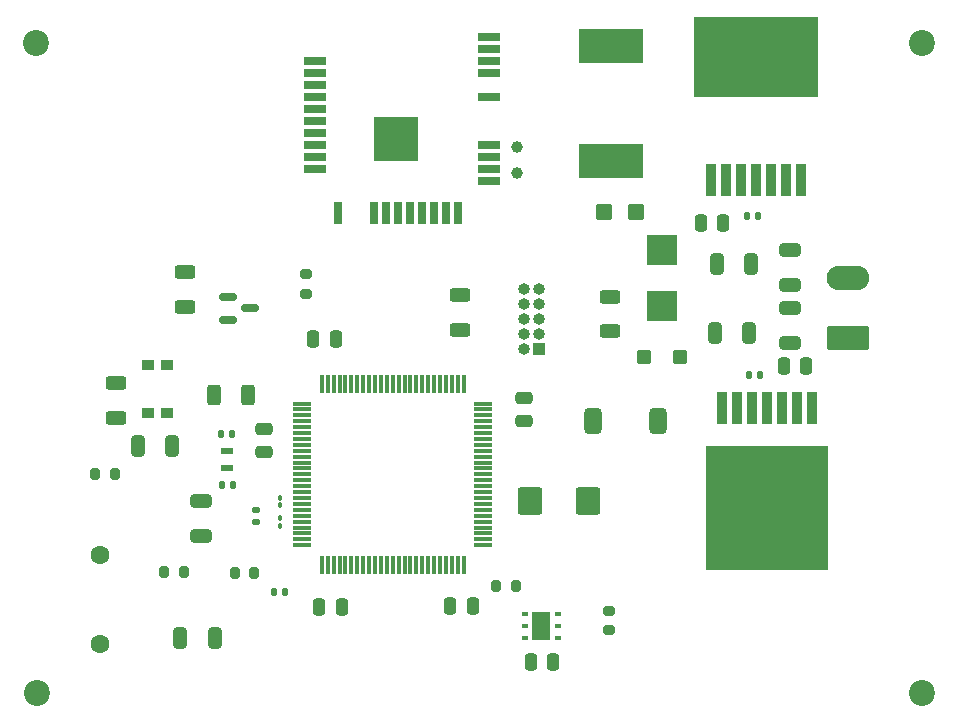
<source format=gbr>
%TF.GenerationSoftware,KiCad,Pcbnew,(6.0.6)*%
%TF.CreationDate,2022-08-28T11:43:10+01:00*%
%TF.ProjectId,task,7461736b-2e6b-4696-9361-645f70636258,rev?*%
%TF.SameCoordinates,Original*%
%TF.FileFunction,Soldermask,Top*%
%TF.FilePolarity,Negative*%
%FSLAX46Y46*%
G04 Gerber Fmt 4.6, Leading zero omitted, Abs format (unit mm)*
G04 Created by KiCad (PCBNEW (6.0.6)) date 2022-08-28 11:43:10*
%MOMM*%
%LPD*%
G01*
G04 APERTURE LIST*
G04 Aperture macros list*
%AMRoundRect*
0 Rectangle with rounded corners*
0 $1 Rounding radius*
0 $2 $3 $4 $5 $6 $7 $8 $9 X,Y pos of 4 corners*
0 Add a 4 corners polygon primitive as box body*
4,1,4,$2,$3,$4,$5,$6,$7,$8,$9,$2,$3,0*
0 Add four circle primitives for the rounded corners*
1,1,$1+$1,$2,$3*
1,1,$1+$1,$4,$5*
1,1,$1+$1,$6,$7*
1,1,$1+$1,$8,$9*
0 Add four rect primitives between the rounded corners*
20,1,$1+$1,$2,$3,$4,$5,0*
20,1,$1+$1,$4,$5,$6,$7,0*
20,1,$1+$1,$6,$7,$8,$9,0*
20,1,$1+$1,$8,$9,$2,$3,0*%
G04 Aperture macros list end*
%ADD10R,5.400000X2.900000*%
%ADD11RoundRect,0.250000X-0.475000X0.250000X-0.475000X-0.250000X0.475000X-0.250000X0.475000X0.250000X0*%
%ADD12RoundRect,0.250000X0.787500X0.925000X-0.787500X0.925000X-0.787500X-0.925000X0.787500X-0.925000X0*%
%ADD13RoundRect,0.140000X-0.140000X-0.170000X0.140000X-0.170000X0.140000X0.170000X-0.140000X0.170000X0*%
%ADD14RoundRect,0.147500X-0.147500X-0.172500X0.147500X-0.172500X0.147500X0.172500X-0.147500X0.172500X0*%
%ADD15C,2.200000*%
%ADD16RoundRect,0.250000X-0.325000X-0.650000X0.325000X-0.650000X0.325000X0.650000X-0.325000X0.650000X0*%
%ADD17RoundRect,0.250000X-0.450000X-0.425000X0.450000X-0.425000X0.450000X0.425000X-0.450000X0.425000X0*%
%ADD18RoundRect,0.250000X0.325000X0.650000X-0.325000X0.650000X-0.325000X-0.650000X0.325000X-0.650000X0*%
%ADD19RoundRect,0.250000X0.250000X0.475000X-0.250000X0.475000X-0.250000X-0.475000X0.250000X-0.475000X0*%
%ADD20RoundRect,0.250000X-0.250000X-0.475000X0.250000X-0.475000X0.250000X0.475000X-0.250000X0.475000X0*%
%ADD21RoundRect,0.140000X0.140000X0.170000X-0.140000X0.170000X-0.140000X-0.170000X0.140000X-0.170000X0*%
%ADD22RoundRect,0.150000X-0.587500X-0.150000X0.587500X-0.150000X0.587500X0.150000X-0.587500X0.150000X0*%
%ADD23RoundRect,0.075000X-0.725000X-0.075000X0.725000X-0.075000X0.725000X0.075000X-0.725000X0.075000X0*%
%ADD24RoundRect,0.075000X-0.075000X-0.725000X0.075000X-0.725000X0.075000X0.725000X-0.075000X0.725000X0*%
%ADD25R,1.900000X0.800000*%
%ADD26R,0.800000X1.900000*%
%ADD27R,3.700000X3.700000*%
%ADD28C,0.500000*%
%ADD29RoundRect,0.250000X0.625000X-0.312500X0.625000X0.312500X-0.625000X0.312500X-0.625000X-0.312500X0*%
%ADD30RoundRect,0.200000X0.200000X0.275000X-0.200000X0.275000X-0.200000X-0.275000X0.200000X-0.275000X0*%
%ADD31RoundRect,0.100000X0.100000X-0.130000X0.100000X0.130000X-0.100000X0.130000X-0.100000X-0.130000X0*%
%ADD32RoundRect,0.200000X-0.200000X-0.275000X0.200000X-0.275000X0.200000X0.275000X-0.200000X0.275000X0*%
%ADD33RoundRect,0.250000X0.312500X0.625000X-0.312500X0.625000X-0.312500X-0.625000X0.312500X-0.625000X0*%
%ADD34RoundRect,0.100000X-0.100000X0.130000X-0.100000X-0.130000X0.100000X-0.130000X0.100000X0.130000X0*%
%ADD35C,1.600000*%
%ADD36R,2.540000X2.540000*%
%ADD37R,1.000000X1.000000*%
%ADD38O,1.000000X1.000000*%
%ADD39C,1.000000*%
%ADD40RoundRect,0.250000X-0.650000X0.325000X-0.650000X-0.325000X0.650000X-0.325000X0.650000X0.325000X0*%
%ADD41RoundRect,0.200000X0.275000X-0.200000X0.275000X0.200000X-0.275000X0.200000X-0.275000X-0.200000X0*%
%ADD42R,0.863600X2.692400*%
%ADD43R,10.414000X10.464800*%
%ADD44RoundRect,0.249999X1.550001X-0.790001X1.550001X0.790001X-1.550001X0.790001X-1.550001X-0.790001X0*%
%ADD45O,3.600000X2.080000*%
%ADD46R,0.890000X2.790000*%
%ADD47R,10.580000X6.840000*%
%ADD48RoundRect,0.250000X0.650000X-0.325000X0.650000X0.325000X-0.650000X0.325000X-0.650000X-0.325000X0*%
%ADD49RoundRect,0.250000X0.475000X-0.250000X0.475000X0.250000X-0.475000X0.250000X-0.475000X-0.250000X0*%
%ADD50RoundRect,0.250000X-0.625000X0.312500X-0.625000X-0.312500X0.625000X-0.312500X0.625000X0.312500X0*%
%ADD51RoundRect,0.140000X0.170000X-0.140000X0.170000X0.140000X-0.170000X0.140000X-0.170000X-0.140000X0*%
%ADD52RoundRect,0.162400X0.462600X0.417600X-0.462600X0.417600X-0.462600X-0.417600X0.462600X-0.417600X0*%
%ADD53R,1.000000X0.900000*%
%ADD54R,1.100000X0.600000*%
%ADD55RoundRect,0.375000X0.375000X0.725000X-0.375000X0.725000X-0.375000X-0.725000X0.375000X-0.725000X0*%
%ADD56R,0.599999X0.399999*%
%ADD57R,1.500000X2.400000*%
G04 APERTURE END LIST*
D10*
%TO.C,L2*%
X176200000Y-87750000D03*
X176200000Y-97450000D03*
%TD*%
D11*
%TO.C,C_VDD5*%
X168850000Y-117550000D03*
X168850000Y-119450000D03*
%TD*%
D12*
%TO.C,Cout1*%
X174255000Y-126240000D03*
X169330000Y-126240000D03*
%TD*%
D13*
%TO.C,Cinx2*%
X187710000Y-102110000D03*
X188670000Y-102110000D03*
%TD*%
D14*
%TO.C,Dl1*%
X147645000Y-133990000D03*
X148615000Y-133990000D03*
%TD*%
D15*
%TO.C,H1*%
X127500000Y-87500000D03*
%TD*%
D16*
%TO.C,Cin3*%
X185135000Y-106220000D03*
X188085000Y-106220000D03*
%TD*%
D17*
%TO.C,Cout2*%
X175630000Y-101830000D03*
X178330000Y-101830000D03*
%TD*%
D15*
%TO.C,H2*%
X202500000Y-87500000D03*
%TD*%
D18*
%TO.C,C6*%
X139065000Y-121580000D03*
X136115000Y-121580000D03*
%TD*%
D19*
%TO.C,C5*%
X171320000Y-139880000D03*
X169420000Y-139880000D03*
%TD*%
D20*
%TO.C,C_VDD6*%
X150990000Y-112580000D03*
X152890000Y-112580000D03*
%TD*%
D21*
%TO.C,Cinx1*%
X188850000Y-115560000D03*
X187890000Y-115560000D03*
%TD*%
D22*
%TO.C,Q1*%
X143802500Y-109010000D03*
X143802500Y-110910000D03*
X145677500Y-109960000D03*
%TD*%
D23*
%TO.C,U1*%
X150045000Y-118010000D03*
X150045000Y-118510000D03*
X150045000Y-119010000D03*
X150045000Y-119510000D03*
X150045000Y-120010000D03*
X150045000Y-120510000D03*
X150045000Y-121010000D03*
X150045000Y-121510000D03*
X150045000Y-122010000D03*
X150045000Y-122510000D03*
X150045000Y-123010000D03*
X150045000Y-123510000D03*
X150045000Y-124010000D03*
X150045000Y-124510000D03*
X150045000Y-125010000D03*
X150045000Y-125510000D03*
X150045000Y-126010000D03*
X150045000Y-126510000D03*
X150045000Y-127010000D03*
X150045000Y-127510000D03*
X150045000Y-128010000D03*
X150045000Y-128510000D03*
X150045000Y-129010000D03*
X150045000Y-129510000D03*
X150045000Y-130010000D03*
D24*
X151720000Y-131685000D03*
X152220000Y-131685000D03*
X152720000Y-131685000D03*
X153220000Y-131685000D03*
X153720000Y-131685000D03*
X154220000Y-131685000D03*
X154720000Y-131685000D03*
X155220000Y-131685000D03*
X155720000Y-131685000D03*
X156220000Y-131685000D03*
X156720000Y-131685000D03*
X157220000Y-131685000D03*
X157720000Y-131685000D03*
X158220000Y-131685000D03*
X158720000Y-131685000D03*
X159220000Y-131685000D03*
X159720000Y-131685000D03*
X160220000Y-131685000D03*
X160720000Y-131685000D03*
X161220000Y-131685000D03*
X161720000Y-131685000D03*
X162220000Y-131685000D03*
X162720000Y-131685000D03*
X163220000Y-131685000D03*
X163720000Y-131685000D03*
D23*
X165395000Y-130010000D03*
X165395000Y-129510000D03*
X165395000Y-129010000D03*
X165395000Y-128510000D03*
X165395000Y-128010000D03*
X165395000Y-127510000D03*
X165395000Y-127010000D03*
X165395000Y-126510000D03*
X165395000Y-126010000D03*
X165395000Y-125510000D03*
X165395000Y-125010000D03*
X165395000Y-124510000D03*
X165395000Y-124010000D03*
X165395000Y-123510000D03*
X165395000Y-123010000D03*
X165395000Y-122510000D03*
X165395000Y-122010000D03*
X165395000Y-121510000D03*
X165395000Y-121010000D03*
X165395000Y-120510000D03*
X165395000Y-120010000D03*
X165395000Y-119510000D03*
X165395000Y-119010000D03*
X165395000Y-118510000D03*
X165395000Y-118010000D03*
D24*
X163720000Y-116335000D03*
X163220000Y-116335000D03*
X162720000Y-116335000D03*
X162220000Y-116335000D03*
X161720000Y-116335000D03*
X161220000Y-116335000D03*
X160720000Y-116335000D03*
X160220000Y-116335000D03*
X159720000Y-116335000D03*
X159220000Y-116335000D03*
X158720000Y-116335000D03*
X158220000Y-116335000D03*
X157720000Y-116335000D03*
X157220000Y-116335000D03*
X156720000Y-116335000D03*
X156220000Y-116335000D03*
X155720000Y-116335000D03*
X155220000Y-116335000D03*
X154720000Y-116335000D03*
X154220000Y-116335000D03*
X153720000Y-116335000D03*
X153220000Y-116335000D03*
X152720000Y-116335000D03*
X152220000Y-116335000D03*
X151720000Y-116335000D03*
%TD*%
D25*
%TO.C,U3*%
X165876550Y-99185000D03*
X165876550Y-98169000D03*
X165876550Y-97153000D03*
X165876550Y-96137000D03*
X165876550Y-92073000D03*
X165876550Y-90041000D03*
X165876550Y-89025000D03*
X165876550Y-88009000D03*
X165876550Y-86993000D03*
X151146550Y-89031000D03*
X151146550Y-90047000D03*
X151146550Y-91063000D03*
X151146550Y-92079000D03*
X151146550Y-93095000D03*
X151146550Y-94111000D03*
X151146550Y-95127000D03*
X151146550Y-96143000D03*
X151146550Y-97159000D03*
X151146550Y-98175000D03*
D26*
X153046550Y-101855000D03*
X156094550Y-101855000D03*
X157110550Y-101855000D03*
X158126550Y-101855000D03*
X159142550Y-101855000D03*
X160158550Y-101855000D03*
X161174550Y-101855000D03*
X162190550Y-101855000D03*
X163206550Y-101855000D03*
D27*
X158026550Y-95585000D03*
D28*
X158026550Y-95585000D03*
X156826550Y-95585000D03*
X159226550Y-95585000D03*
X156826550Y-94385000D03*
X158026550Y-94385000D03*
X159226550Y-94385000D03*
X156826550Y-96785000D03*
X158026550Y-96785000D03*
X159226550Y-96785000D03*
%TD*%
D29*
%TO.C,Rp2*%
X134310000Y-119212500D03*
X134310000Y-116287500D03*
%TD*%
D13*
%TO.C,C8*%
X143140000Y-120620000D03*
X144100000Y-120620000D03*
%TD*%
D29*
%TO.C,Re1*%
X140100000Y-109825000D03*
X140100000Y-106900000D03*
%TD*%
D30*
%TO.C,R5*%
X134175000Y-123960000D03*
X132525000Y-123960000D03*
%TD*%
D31*
%TO.C,C4*%
X148200000Y-128360000D03*
X148200000Y-127720000D03*
%TD*%
D15*
%TO.C,H4*%
X127620000Y-142500000D03*
%TD*%
D32*
%TO.C,R2*%
X144345000Y-132330000D03*
X145995000Y-132330000D03*
%TD*%
D33*
%TO.C,R7*%
X145492500Y-117300000D03*
X142567500Y-117300000D03*
%TD*%
D34*
%TO.C,C3*%
X148210000Y-126000000D03*
X148210000Y-126640000D03*
%TD*%
D19*
%TO.C,C_VDD4*%
X153420000Y-135220000D03*
X151520000Y-135220000D03*
%TD*%
D35*
%TO.C,R6*%
X132900000Y-130800000D03*
X132900000Y-138400000D03*
%TD*%
D36*
%TO.C,D2*%
X180500000Y-109749500D03*
X180500000Y-105050500D03*
%TD*%
D37*
%TO.C,J2*%
X170110000Y-113420000D03*
D38*
X168840000Y-113420000D03*
X170110000Y-112150000D03*
X168840000Y-112150000D03*
X170110000Y-110880000D03*
X168840000Y-110880000D03*
X170110000Y-109610000D03*
X168840000Y-109610000D03*
X170110000Y-108340000D03*
X168840000Y-108340000D03*
%TD*%
D39*
%TO.C,TP1*%
X168200000Y-98500000D03*
%TD*%
D40*
%TO.C,Cin1*%
X191320000Y-109945000D03*
X191320000Y-112895000D03*
%TD*%
D41*
%TO.C,Rp1*%
X150360000Y-108725000D03*
X150360000Y-107075000D03*
%TD*%
D42*
%TO.C,Vr1*%
X193260000Y-118409600D03*
X191990000Y-118409600D03*
X190720000Y-118409600D03*
X189450000Y-118409600D03*
X188180000Y-118409600D03*
X186910000Y-118409600D03*
X185640000Y-118409600D03*
D43*
X189450000Y-126842400D03*
%TD*%
D44*
%TO.C,J1*%
X196272500Y-112440000D03*
D45*
X196272500Y-107360000D03*
%TD*%
D13*
%TO.C,C7*%
X143270000Y-124930000D03*
X144230000Y-124930000D03*
%TD*%
D46*
%TO.C,Vr2*%
X184650000Y-99060000D03*
X185920000Y-99060000D03*
X187190000Y-99060000D03*
X188460000Y-99060000D03*
X189730000Y-99060000D03*
X191000000Y-99060000D03*
X192270000Y-99060000D03*
D47*
X188460000Y-88710000D03*
%TD*%
D48*
%TO.C,C1*%
X141500000Y-129205000D03*
X141500000Y-126255000D03*
%TD*%
D15*
%TO.C,H3*%
X202500000Y-142500000D03*
%TD*%
D49*
%TO.C,C_VDD2*%
X146810000Y-122090000D03*
X146810000Y-120190000D03*
%TD*%
D50*
%TO.C,Rp3*%
X176100000Y-108967500D03*
X176100000Y-111892500D03*
%TD*%
D32*
%TO.C,R3*%
X166475000Y-133500000D03*
X168125000Y-133500000D03*
%TD*%
D51*
%TO.C,C2*%
X146170000Y-128000000D03*
X146170000Y-127040000D03*
%TD*%
D52*
%TO.C,D1*%
X178970000Y-114100000D03*
X182030000Y-114100000D03*
%TD*%
D19*
%TO.C,Cb2*%
X185690000Y-102740000D03*
X183790000Y-102740000D03*
%TD*%
D53*
%TO.C,SW1*%
X137000000Y-118850000D03*
X137000000Y-114750000D03*
X138600000Y-114750000D03*
X138600000Y-118850000D03*
%TD*%
D54*
%TO.C,Y1*%
X143680000Y-123450000D03*
X143680000Y-122050000D03*
%TD*%
D18*
%TO.C,C_VDD1*%
X142675000Y-137820000D03*
X139725000Y-137820000D03*
%TD*%
D39*
%TO.C,TP2*%
X168200000Y-96300000D03*
%TD*%
D19*
%TO.C,C_VDD3*%
X164500000Y-135180000D03*
X162600000Y-135180000D03*
%TD*%
D55*
%TO.C,L1*%
X180210000Y-119520000D03*
X174710000Y-119520000D03*
%TD*%
D41*
%TO.C,R4*%
X175990000Y-137225000D03*
X175990000Y-135575000D03*
%TD*%
D32*
%TO.C,R1*%
X138375000Y-132250000D03*
X140025000Y-132250000D03*
%TD*%
D50*
%TO.C,Rr1*%
X163400000Y-108837500D03*
X163400000Y-111762500D03*
%TD*%
D20*
%TO.C,Cb1*%
X190850000Y-114800000D03*
X192750000Y-114800000D03*
%TD*%
D18*
%TO.C,Cin2*%
X187915000Y-112030000D03*
X184965000Y-112030000D03*
%TD*%
D48*
%TO.C,Cin4*%
X191360000Y-107965000D03*
X191360000Y-105015000D03*
%TD*%
D56*
%TO.C,U2*%
X168889999Y-135859999D03*
X168889999Y-136859999D03*
X168889999Y-137860001D03*
X171689999Y-137860001D03*
X171689999Y-136859999D03*
X171689999Y-135859999D03*
D57*
X170290000Y-136860000D03*
%TD*%
M02*

</source>
